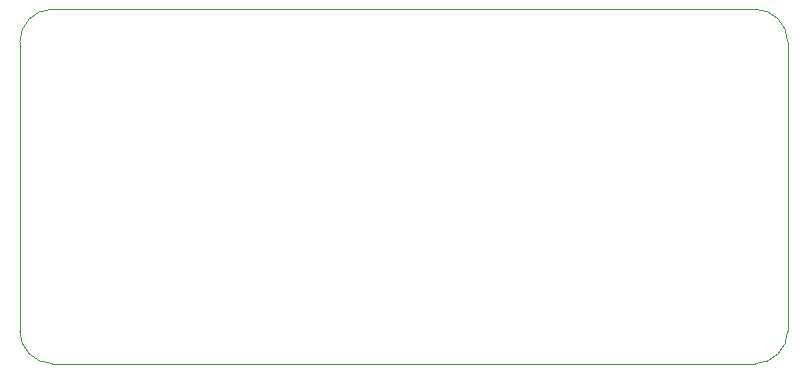
<source format=gbr>
%TF.GenerationSoftware,KiCad,Pcbnew,(5.1.9)-1*%
%TF.CreationDate,2021-04-12T22:32:52+10:00*%
%TF.ProjectId,FlightBridgePCB,466c6967-6874-4427-9269-646765504342,rev?*%
%TF.SameCoordinates,Original*%
%TF.FileFunction,Profile,NP*%
%FSLAX46Y46*%
G04 Gerber Fmt 4.6, Leading zero omitted, Abs format (unit mm)*
G04 Created by KiCad (PCBNEW (5.1.9)-1) date 2021-04-12 22:32:52*
%MOMM*%
%LPD*%
G01*
G04 APERTURE LIST*
%TA.AperFunction,Profile*%
%ADD10C,0.100000*%
%TD*%
G04 APERTURE END LIST*
D10*
X175248000Y-70754000D02*
X175248000Y-95250000D01*
X110248000Y-95250000D02*
X110248000Y-70754000D01*
X112998000Y-98000000D02*
X172498000Y-98000000D01*
X172498000Y-68004000D02*
X112998000Y-68004000D01*
X172498000Y-68004000D02*
G75*
G02*
X175248000Y-70754000I0J-2750000D01*
G01*
X175248000Y-95250000D02*
G75*
G02*
X172498000Y-98000000I-2750000J0D01*
G01*
X112998000Y-98000000D02*
G75*
G02*
X110248000Y-95250000I0J2750000D01*
G01*
X110248000Y-70754000D02*
G75*
G02*
X112998000Y-68004000I2750000J0D01*
G01*
M02*

</source>
